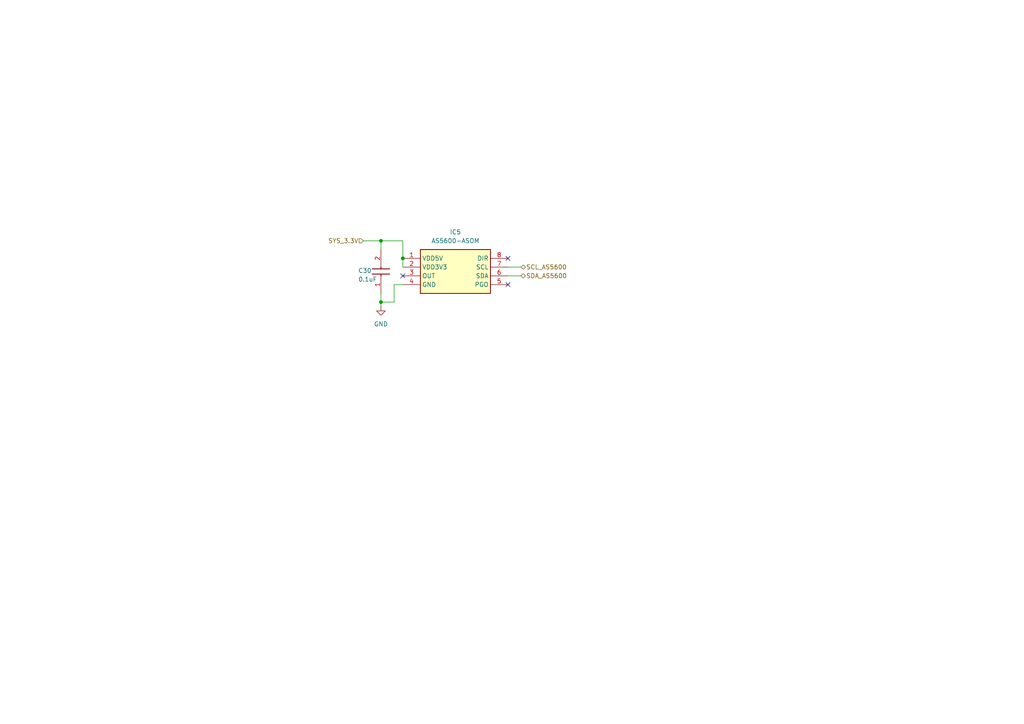
<source format=kicad_sch>
(kicad_sch
	(version 20250114)
	(generator "eeschema")
	(generator_version "9.0")
	(uuid "32ed76b2-41fe-4240-b096-9cb24a1759a4")
	(paper "A4")
	(title_block
		(title "AS5600")
	)
	(lib_symbols
		(symbol "SamacSys_Parts:08056D104KAT2A"
			(pin_names
				(hide yes)
			)
			(exclude_from_sim no)
			(in_bom yes)
			(on_board yes)
			(property "Reference" "C"
				(at 8.89 6.35 0)
				(effects
					(font
						(size 1.27 1.27)
					)
					(justify left top)
				)
			)
			(property "Value" "08056D104KAT2A"
				(at 8.89 3.81 0)
				(effects
					(font
						(size 1.27 1.27)
					)
					(justify left top)
				)
			)
			(property "Footprint" "CAPC2012X140N"
				(at 8.89 -96.19 0)
				(effects
					(font
						(size 1.27 1.27)
					)
					(justify left top)
					(hide yes)
				)
			)
			(property "Datasheet" "http://datasheets.avx.com/cx5r.pdf"
				(at 8.89 -196.19 0)
				(effects
					(font
						(size 1.27 1.27)
					)
					(justify left top)
					(hide yes)
				)
			)
			(property "Description" "Multilayer Ceramic Capacitors MLCC - SMD/SMT 6.3V .1uF X5R 0805 10%"
				(at 0 0 0)
				(effects
					(font
						(size 1.27 1.27)
					)
					(hide yes)
				)
			)
			(property "Height" "1.4"
				(at 8.89 -396.19 0)
				(effects
					(font
						(size 1.27 1.27)
					)
					(justify left top)
					(hide yes)
				)
			)
			(property "Mouser Part Number" "581-08056D104KAT2A"
				(at 8.89 -496.19 0)
				(effects
					(font
						(size 1.27 1.27)
					)
					(justify left top)
					(hide yes)
				)
			)
			(property "Mouser Price/Stock" "https://www.mouser.co.uk/ProductDetail/KYOCERA-AVX/08056D104KAT2A?qs=ZBeOGGPQgEFSiSMjaoxiBA%3D%3D"
				(at 8.89 -596.19 0)
				(effects
					(font
						(size 1.27 1.27)
					)
					(justify left top)
					(hide yes)
				)
			)
			(property "Manufacturer_Name" "Kyocera AVX"
				(at 8.89 -696.19 0)
				(effects
					(font
						(size 1.27 1.27)
					)
					(justify left top)
					(hide yes)
				)
			)
			(property "Manufacturer_Part_Number" "08056D104KAT2A"
				(at 8.89 -796.19 0)
				(effects
					(font
						(size 1.27 1.27)
					)
					(justify left top)
					(hide yes)
				)
			)
			(symbol "08056D104KAT2A_1_1"
				(polyline
					(pts
						(xy 5.08 0) (xy 5.588 0)
					)
					(stroke
						(width 0.254)
						(type default)
					)
					(fill
						(type none)
					)
				)
				(polyline
					(pts
						(xy 5.588 2.54) (xy 5.588 -2.54)
					)
					(stroke
						(width 0.254)
						(type default)
					)
					(fill
						(type none)
					)
				)
				(polyline
					(pts
						(xy 7.112 2.54) (xy 7.112 -2.54)
					)
					(stroke
						(width 0.254)
						(type default)
					)
					(fill
						(type none)
					)
				)
				(polyline
					(pts
						(xy 7.112 0) (xy 7.62 0)
					)
					(stroke
						(width 0.254)
						(type default)
					)
					(fill
						(type none)
					)
				)
				(pin passive line
					(at 0 0 0)
					(length 5.08)
					(name "1"
						(effects
							(font
								(size 1.27 1.27)
							)
						)
					)
					(number "1"
						(effects
							(font
								(size 1.27 1.27)
							)
						)
					)
				)
				(pin passive line
					(at 12.7 0 180)
					(length 5.08)
					(name "2"
						(effects
							(font
								(size 1.27 1.27)
							)
						)
					)
					(number "2"
						(effects
							(font
								(size 1.27 1.27)
							)
						)
					)
				)
			)
			(embedded_fonts no)
		)
		(symbol "SamacSys_Parts:AS5600-ASOM"
			(exclude_from_sim no)
			(in_bom yes)
			(on_board yes)
			(property "Reference" "IC"
				(at 26.67 7.62 0)
				(effects
					(font
						(size 1.27 1.27)
					)
					(justify left top)
				)
			)
			(property "Value" "AS5600-ASOM"
				(at 26.67 5.08 0)
				(effects
					(font
						(size 1.27 1.27)
					)
					(justify left top)
				)
			)
			(property "Footprint" "SOIC127P600X175-8N"
				(at 26.67 -94.92 0)
				(effects
					(font
						(size 1.27 1.27)
					)
					(justify left top)
					(hide yes)
				)
			)
			(property "Datasheet" "https://datasheet.datasheetarchive.com/originals/distributors/DKDS-11/214624.pdf"
				(at 26.67 -194.92 0)
				(effects
					(font
						(size 1.27 1.27)
					)
					(justify left top)
					(hide yes)
				)
			)
			(property "Description" "IC SENSOR MAG ROTARY 12BIT 8SOIC"
				(at 0 0 0)
				(effects
					(font
						(size 1.27 1.27)
					)
					(hide yes)
				)
			)
			(property "Height" "1.75"
				(at 26.67 -394.92 0)
				(effects
					(font
						(size 1.27 1.27)
					)
					(justify left top)
					(hide yes)
				)
			)
			(property "Mouser Part Number" "985-AS5600-ASOM"
				(at 26.67 -494.92 0)
				(effects
					(font
						(size 1.27 1.27)
					)
					(justify left top)
					(hide yes)
				)
			)
			(property "Mouser Price/Stock" "https://www.mouser.co.uk/ProductDetail/ams-OSRAM/AS5600-ASOM?qs=KTMMzrZdriG6aU1h9lJCUQ%3D%3D"
				(at 26.67 -594.92 0)
				(effects
					(font
						(size 1.27 1.27)
					)
					(justify left top)
					(hide yes)
				)
			)
			(property "Manufacturer_Name" "ams OSRAM"
				(at 26.67 -694.92 0)
				(effects
					(font
						(size 1.27 1.27)
					)
					(justify left top)
					(hide yes)
				)
			)
			(property "Manufacturer_Part_Number" "AS5600-ASOM"
				(at 26.67 -794.92 0)
				(effects
					(font
						(size 1.27 1.27)
					)
					(justify left top)
					(hide yes)
				)
			)
			(symbol "AS5600-ASOM_1_1"
				(rectangle
					(start 5.08 2.54)
					(end 25.4 -10.16)
					(stroke
						(width 0.254)
						(type default)
					)
					(fill
						(type background)
					)
				)
				(pin passive line
					(at 0 0 0)
					(length 5.08)
					(name "VDD5V"
						(effects
							(font
								(size 1.27 1.27)
							)
						)
					)
					(number "1"
						(effects
							(font
								(size 1.27 1.27)
							)
						)
					)
				)
				(pin passive line
					(at 0 -2.54 0)
					(length 5.08)
					(name "VDD3V3"
						(effects
							(font
								(size 1.27 1.27)
							)
						)
					)
					(number "2"
						(effects
							(font
								(size 1.27 1.27)
							)
						)
					)
				)
				(pin passive line
					(at 0 -5.08 0)
					(length 5.08)
					(name "OUT"
						(effects
							(font
								(size 1.27 1.27)
							)
						)
					)
					(number "3"
						(effects
							(font
								(size 1.27 1.27)
							)
						)
					)
				)
				(pin passive line
					(at 0 -7.62 0)
					(length 5.08)
					(name "GND"
						(effects
							(font
								(size 1.27 1.27)
							)
						)
					)
					(number "4"
						(effects
							(font
								(size 1.27 1.27)
							)
						)
					)
				)
				(pin passive line
					(at 30.48 0 180)
					(length 5.08)
					(name "DIR"
						(effects
							(font
								(size 1.27 1.27)
							)
						)
					)
					(number "8"
						(effects
							(font
								(size 1.27 1.27)
							)
						)
					)
				)
				(pin passive line
					(at 30.48 -2.54 180)
					(length 5.08)
					(name "SCL"
						(effects
							(font
								(size 1.27 1.27)
							)
						)
					)
					(number "7"
						(effects
							(font
								(size 1.27 1.27)
							)
						)
					)
				)
				(pin passive line
					(at 30.48 -5.08 180)
					(length 5.08)
					(name "SDA"
						(effects
							(font
								(size 1.27 1.27)
							)
						)
					)
					(number "6"
						(effects
							(font
								(size 1.27 1.27)
							)
						)
					)
				)
				(pin passive line
					(at 30.48 -7.62 180)
					(length 5.08)
					(name "PGO"
						(effects
							(font
								(size 1.27 1.27)
							)
						)
					)
					(number "5"
						(effects
							(font
								(size 1.27 1.27)
							)
						)
					)
				)
			)
			(embedded_fonts no)
		)
		(symbol "power:GND"
			(power)
			(pin_numbers
				(hide yes)
			)
			(pin_names
				(offset 0)
				(hide yes)
			)
			(exclude_from_sim no)
			(in_bom yes)
			(on_board yes)
			(property "Reference" "#PWR"
				(at 0 -6.35 0)
				(effects
					(font
						(size 1.27 1.27)
					)
					(hide yes)
				)
			)
			(property "Value" "GND"
				(at 0 -3.81 0)
				(effects
					(font
						(size 1.27 1.27)
					)
				)
			)
			(property "Footprint" ""
				(at 0 0 0)
				(effects
					(font
						(size 1.27 1.27)
					)
					(hide yes)
				)
			)
			(property "Datasheet" ""
				(at 0 0 0)
				(effects
					(font
						(size 1.27 1.27)
					)
					(hide yes)
				)
			)
			(property "Description" "Power symbol creates a global label with name \"GND\" , ground"
				(at 0 0 0)
				(effects
					(font
						(size 1.27 1.27)
					)
					(hide yes)
				)
			)
			(property "ki_keywords" "global power"
				(at 0 0 0)
				(effects
					(font
						(size 1.27 1.27)
					)
					(hide yes)
				)
			)
			(symbol "GND_0_1"
				(polyline
					(pts
						(xy 0 0) (xy 0 -1.27) (xy 1.27 -1.27) (xy 0 -2.54) (xy -1.27 -1.27) (xy 0 -1.27)
					)
					(stroke
						(width 0)
						(type default)
					)
					(fill
						(type none)
					)
				)
			)
			(symbol "GND_1_1"
				(pin power_in line
					(at 0 0 270)
					(length 0)
					(name "~"
						(effects
							(font
								(size 1.27 1.27)
							)
						)
					)
					(number "1"
						(effects
							(font
								(size 1.27 1.27)
							)
						)
					)
				)
			)
			(embedded_fonts no)
		)
	)
	(junction
		(at 116.84 74.93)
		(diameter 0)
		(color 0 0 0 0)
		(uuid "16aa277a-4ea1-4e9f-a987-3a238e5c4754")
	)
	(junction
		(at 110.49 69.85)
		(diameter 0)
		(color 0 0 0 0)
		(uuid "6e32da11-a4bb-430d-822d-fddc8e793249")
	)
	(junction
		(at 110.49 87.63)
		(diameter 0)
		(color 0 0 0 0)
		(uuid "c1e662a5-8202-43e1-932b-9781509fb207")
	)
	(no_connect
		(at 147.32 74.93)
		(uuid "0b9b30cc-d22b-46b8-9ee9-cd4b7ce38e19")
	)
	(no_connect
		(at 147.32 82.55)
		(uuid "32722ff3-ed3a-4b0b-b6e1-45b72a11b71b")
	)
	(no_connect
		(at 116.84 80.01)
		(uuid "8de35dc3-1708-417d-858a-a61bacdbb107")
	)
	(wire
		(pts
			(xy 110.49 87.63) (xy 110.49 88.9)
		)
		(stroke
			(width 0)
			(type default)
		)
		(uuid "055128a5-aed7-4de0-8c64-1dcb791f53d6")
	)
	(wire
		(pts
			(xy 110.49 69.85) (xy 110.49 72.39)
		)
		(stroke
			(width 0)
			(type default)
		)
		(uuid "1576f8ad-f831-4d88-9868-6fd339963ed4")
	)
	(wire
		(pts
			(xy 147.32 77.47) (xy 151.13 77.47)
		)
		(stroke
			(width 0)
			(type default)
		)
		(uuid "1baf8be3-9a6b-491b-aea7-003a850671b9")
	)
	(wire
		(pts
			(xy 110.49 69.85) (xy 116.84 69.85)
		)
		(stroke
			(width 0)
			(type default)
		)
		(uuid "1d8146f2-235c-4104-ab2c-c6842400b61f")
	)
	(wire
		(pts
			(xy 116.84 74.93) (xy 116.84 77.47)
		)
		(stroke
			(width 0)
			(type default)
		)
		(uuid "41d889ee-85fd-4bc8-9c26-ba2378662221")
	)
	(wire
		(pts
			(xy 114.3 82.55) (xy 114.3 87.63)
		)
		(stroke
			(width 0)
			(type default)
		)
		(uuid "506a786b-2f66-48c1-b63f-f52ff0b5cfe3")
	)
	(wire
		(pts
			(xy 116.84 69.85) (xy 116.84 74.93)
		)
		(stroke
			(width 0)
			(type default)
		)
		(uuid "645bed06-8215-4d5c-b624-10475aed7ec3")
	)
	(wire
		(pts
			(xy 110.49 85.09) (xy 110.49 87.63)
		)
		(stroke
			(width 0)
			(type default)
		)
		(uuid "938d9e19-1cb3-40a7-a85b-9809c305da88")
	)
	(wire
		(pts
			(xy 116.84 82.55) (xy 114.3 82.55)
		)
		(stroke
			(width 0)
			(type default)
		)
		(uuid "b57f40dd-ba80-4d83-928f-2ac90152af66")
	)
	(wire
		(pts
			(xy 147.32 80.01) (xy 151.13 80.01)
		)
		(stroke
			(width 0)
			(type default)
		)
		(uuid "b8ba74a3-19a1-47fb-970b-9b7e7c9f4d70")
	)
	(wire
		(pts
			(xy 114.3 87.63) (xy 110.49 87.63)
		)
		(stroke
			(width 0)
			(type default)
		)
		(uuid "bab62f12-1ae6-4019-9aef-53d233604656")
	)
	(wire
		(pts
			(xy 105.41 69.85) (xy 110.49 69.85)
		)
		(stroke
			(width 0)
			(type default)
		)
		(uuid "e7fceed3-7f66-434a-991d-6f96a054088d")
	)
	(hierarchical_label "SDA_AS5600"
		(shape bidirectional)
		(at 151.13 80.01 0)
		(effects
			(font
				(size 1.27 1.27)
			)
			(justify left)
		)
		(uuid "4a28905f-ed87-49cc-bc9e-6c1b0118746e")
	)
	(hierarchical_label "SYS_3.3V"
		(shape input)
		(at 105.41 69.85 180)
		(effects
			(font
				(size 1.27 1.27)
			)
			(justify right)
		)
		(uuid "c87abf21-6f63-4075-aff8-168ef4c05a83")
	)
	(hierarchical_label "SCL_AS5600"
		(shape bidirectional)
		(at 151.13 77.47 0)
		(effects
			(font
				(size 1.27 1.27)
			)
			(justify left)
		)
		(uuid "f04bcf0e-ff76-4cc9-8cfb-aa3eb0c9020d")
	)
	(symbol
		(lib_id "SamacSys_Parts:AS5600-ASOM")
		(at 116.84 74.93 0)
		(unit 1)
		(exclude_from_sim no)
		(in_bom yes)
		(on_board yes)
		(dnp no)
		(fields_autoplaced yes)
		(uuid "338d9694-4770-45b7-8b5c-11cb5c43cce6")
		(property "Reference" "IC5"
			(at 132.08 67.31 0)
			(effects
				(font
					(size 1.27 1.27)
				)
			)
		)
		(property "Value" "AS5600-ASOM"
			(at 132.08 69.85 0)
			(effects
				(font
					(size 1.27 1.27)
				)
			)
		)
		(property "Footprint" "SOIC127P600X175-8N"
			(at 143.51 169.85 0)
			(effects
				(font
					(size 1.27 1.27)
				)
				(justify left top)
				(hide yes)
			)
		)
		(property "Datasheet" "https://datasheet.datasheetarchive.com/originals/distributors/DKDS-11/214624.pdf"
			(at 143.51 269.85 0)
			(effects
				(font
					(size 1.27 1.27)
				)
				(justify left top)
				(hide yes)
			)
		)
		(property "Description" "IC SENSOR MAG ROTARY 12BIT 8SOIC"
			(at 116.84 74.93 0)
			(effects
				(font
					(size 1.27 1.27)
				)
				(hide yes)
			)
		)
		(property "Height" "1.75"
			(at 143.51 469.85 0)
			(effects
				(font
					(size 1.27 1.27)
				)
				(justify left top)
				(hide yes)
			)
		)
		(property "Mouser Part Number" "985-AS5600-ASOM"
			(at 143.51 569.85 0)
			(effects
				(font
					(size 1.27 1.27)
				)
				(justify left top)
				(hide yes)
			)
		)
		(property "Mouser Price/Stock" "https://www.mouser.co.uk/ProductDetail/ams-OSRAM/AS5600-ASOM?qs=KTMMzrZdriG6aU1h9lJCUQ%3D%3D"
			(at 143.51 669.85 0)
			(effects
				(font
					(size 1.27 1.27)
				)
				(justify left top)
				(hide yes)
			)
		)
		(property "Manufacturer_Name" "ams OSRAM"
			(at 143.51 769.85 0)
			(effects
				(font
					(size 1.27 1.27)
				)
				(justify left top)
				(hide yes)
			)
		)
		(property "Manufacturer_Part_Number" "AS5600-ASOM"
			(at 143.51 869.85 0)
			(effects
				(font
					(size 1.27 1.27)
				)
				(justify left top)
				(hide yes)
			)
		)
		(property "Arrow Part Number" ""
			(at 116.84 74.93 0)
			(effects
				(font
					(size 1.27 1.27)
				)
				(hide yes)
			)
		)
		(property "Arrow Price/Stock" ""
			(at 116.84 74.93 0)
			(effects
				(font
					(size 1.27 1.27)
				)
				(hide yes)
			)
		)
		(pin "2"
			(uuid "131d847f-a13a-4e73-89b3-3ae60414ecd9")
		)
		(pin "1"
			(uuid "d2ee6af7-7cb5-4cd5-962e-b5b8d7d97290")
		)
		(pin "3"
			(uuid "de04a0a4-c753-4c37-81ac-e24cd4c08de2")
		)
		(pin "4"
			(uuid "233b27c8-7ec9-47a1-b01f-83381cc643b8")
		)
		(pin "8"
			(uuid "6e1bd35a-61ae-4984-a1fa-9919bd4123cf")
		)
		(pin "6"
			(uuid "a7414788-dc08-43fd-9488-a956f590f85b")
		)
		(pin "5"
			(uuid "9323c895-61dc-4427-8cde-db33b60542c4")
		)
		(pin "7"
			(uuid "f68d29c8-667c-480b-83ea-b9197ce6deae")
		)
		(instances
			(project ""
				(path "/473f6d91-eb15-49f0-aa00-e4212556f75e/74d2cdd1-9784-4ee5-8621-88319a2d953f"
					(reference "IC5")
					(unit 1)
				)
			)
		)
	)
	(symbol
		(lib_id "SamacSys_Parts:08056D104KAT2A")
		(at 110.49 85.09 90)
		(unit 1)
		(exclude_from_sim no)
		(in_bom yes)
		(on_board yes)
		(dnp no)
		(uuid "85f4a83c-15fa-4efa-a483-53c5892db241")
		(property "Reference" "C30"
			(at 103.886 78.486 90)
			(effects
				(font
					(size 1.27 1.27)
				)
				(justify right)
			)
		)
		(property "Value" "0.1uF"
			(at 103.886 81.026 90)
			(effects
				(font
					(size 1.27 1.27)
				)
				(justify right)
			)
		)
		(property "Footprint" "CAPC2012X140N"
			(at 206.68 76.2 0)
			(effects
				(font
					(size 1.27 1.27)
				)
				(justify left top)
				(hide yes)
			)
		)
		(property "Datasheet" "http://datasheets.avx.com/cx5r.pdf"
			(at 306.68 76.2 0)
			(effects
				(font
					(size 1.27 1.27)
				)
				(justify left top)
				(hide yes)
			)
		)
		(property "Description" "Multilayer Ceramic Capacitors MLCC - SMD/SMT 6.3V .1uF X5R 0805 10%"
			(at 110.49 85.09 0)
			(effects
				(font
					(size 1.27 1.27)
				)
				(hide yes)
			)
		)
		(property "Height" "1.4"
			(at 506.68 76.2 0)
			(effects
				(font
					(size 1.27 1.27)
				)
				(justify left top)
				(hide yes)
			)
		)
		(property "Mouser Part Number" "581-08056D104KAT2A"
			(at 606.68 76.2 0)
			(effects
				(font
					(size 1.27 1.27)
				)
				(justify left top)
				(hide yes)
			)
		)
		(property "Mouser Price/Stock" "https://www.mouser.co.uk/ProductDetail/KYOCERA-AVX/08056D104KAT2A?qs=ZBeOGGPQgEFSiSMjaoxiBA%3D%3D"
			(at 706.68 76.2 0)
			(effects
				(font
					(size 1.27 1.27)
				)
				(justify left top)
				(hide yes)
			)
		)
		(property "Manufacturer_Name" "Kyocera AVX"
			(at 806.68 76.2 0)
			(effects
				(font
					(size 1.27 1.27)
				)
				(justify left top)
				(hide yes)
			)
		)
		(property "Manufacturer_Part_Number" "08056D104KAT2A"
			(at 906.68 76.2 0)
			(effects
				(font
					(size 1.27 1.27)
				)
				(justify left top)
				(hide yes)
			)
		)
		(property "Arrow Part Number" ""
			(at 110.49 85.09 90)
			(effects
				(font
					(size 1.27 1.27)
				)
				(hide yes)
			)
		)
		(property "Arrow Price/Stock" ""
			(at 110.49 85.09 90)
			(effects
				(font
					(size 1.27 1.27)
				)
				(hide yes)
			)
		)
		(pin "2"
			(uuid "11abadf3-a128-4afc-8c41-5d9d82b8517d")
		)
		(pin "1"
			(uuid "76eb10fc-0d5e-45c0-a732-184046f21c85")
		)
		(instances
			(project ""
				(path "/473f6d91-eb15-49f0-aa00-e4212556f75e/74d2cdd1-9784-4ee5-8621-88319a2d953f"
					(reference "C30")
					(unit 1)
				)
			)
		)
	)
	(symbol
		(lib_id "power:GND")
		(at 110.49 88.9 0)
		(unit 1)
		(exclude_from_sim no)
		(in_bom yes)
		(on_board yes)
		(dnp no)
		(fields_autoplaced yes)
		(uuid "99a52a46-151f-4f3a-9056-5314a9083aa1")
		(property "Reference" "#PWR043"
			(at 110.49 95.25 0)
			(effects
				(font
					(size 1.27 1.27)
				)
				(hide yes)
			)
		)
		(property "Value" "GND"
			(at 110.49 93.98 0)
			(effects
				(font
					(size 1.27 1.27)
				)
			)
		)
		(property "Footprint" ""
			(at 110.49 88.9 0)
			(effects
				(font
					(size 1.27 1.27)
				)
				(hide yes)
			)
		)
		(property "Datasheet" ""
			(at 110.49 88.9 0)
			(effects
				(font
					(size 1.27 1.27)
				)
				(hide yes)
			)
		)
		(property "Description" "Power symbol creates a global label with name \"GND\" , ground"
			(at 110.49 88.9 0)
			(effects
				(font
					(size 1.27 1.27)
				)
				(hide yes)
			)
		)
		(pin "1"
			(uuid "0ea65c7d-426f-4b17-bfb4-8d7423e8ef92")
		)
		(instances
			(project ""
				(path "/473f6d91-eb15-49f0-aa00-e4212556f75e/74d2cdd1-9784-4ee5-8621-88319a2d953f"
					(reference "#PWR043")
					(unit 1)
				)
			)
		)
	)
)

</source>
